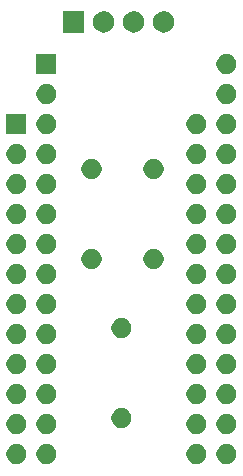
<source format=gts>
G04 #@! TF.GenerationSoftware,KiCad,Pcbnew,(5.1.6)-1*
G04 #@! TF.CreationDate,2020-07-21T10:16:09+03:00*
G04 #@! TF.ProjectId,C64_8Kernal,4336345f-384b-4657-926e-616c2e6b6963,rev?*
G04 #@! TF.SameCoordinates,Original*
G04 #@! TF.FileFunction,Soldermask,Top*
G04 #@! TF.FilePolarity,Negative*
%FSLAX46Y46*%
G04 Gerber Fmt 4.6, Leading zero omitted, Abs format (unit mm)*
G04 Created by KiCad (PCBNEW (5.1.6)-1) date 2020-07-21 10:16:09*
%MOMM*%
%LPD*%
G01*
G04 APERTURE LIST*
%ADD10C,0.100000*%
G04 APERTURE END LIST*
D10*
G36*
X120898228Y-99765703D02*
G01*
X121053100Y-99829853D01*
X121192481Y-99922985D01*
X121311015Y-100041519D01*
X121404147Y-100180900D01*
X121468297Y-100335772D01*
X121501000Y-100500184D01*
X121501000Y-100667816D01*
X121468297Y-100832228D01*
X121404147Y-100987100D01*
X121311015Y-101126481D01*
X121192481Y-101245015D01*
X121053100Y-101338147D01*
X120898228Y-101402297D01*
X120733816Y-101435000D01*
X120566184Y-101435000D01*
X120401772Y-101402297D01*
X120246900Y-101338147D01*
X120107519Y-101245015D01*
X119988985Y-101126481D01*
X119895853Y-100987100D01*
X119831703Y-100832228D01*
X119799000Y-100667816D01*
X119799000Y-100500184D01*
X119831703Y-100335772D01*
X119895853Y-100180900D01*
X119988985Y-100041519D01*
X120107519Y-99922985D01*
X120246900Y-99829853D01*
X120401772Y-99765703D01*
X120566184Y-99733000D01*
X120733816Y-99733000D01*
X120898228Y-99765703D01*
G37*
G36*
X138678228Y-99765703D02*
G01*
X138833100Y-99829853D01*
X138972481Y-99922985D01*
X139091015Y-100041519D01*
X139184147Y-100180900D01*
X139248297Y-100335772D01*
X139281000Y-100500184D01*
X139281000Y-100667816D01*
X139248297Y-100832228D01*
X139184147Y-100987100D01*
X139091015Y-101126481D01*
X138972481Y-101245015D01*
X138833100Y-101338147D01*
X138678228Y-101402297D01*
X138513816Y-101435000D01*
X138346184Y-101435000D01*
X138181772Y-101402297D01*
X138026900Y-101338147D01*
X137887519Y-101245015D01*
X137768985Y-101126481D01*
X137675853Y-100987100D01*
X137611703Y-100832228D01*
X137579000Y-100667816D01*
X137579000Y-100500184D01*
X137611703Y-100335772D01*
X137675853Y-100180900D01*
X137768985Y-100041519D01*
X137887519Y-99922985D01*
X138026900Y-99829853D01*
X138181772Y-99765703D01*
X138346184Y-99733000D01*
X138513816Y-99733000D01*
X138678228Y-99765703D01*
G37*
G36*
X123438228Y-99765703D02*
G01*
X123593100Y-99829853D01*
X123732481Y-99922985D01*
X123851015Y-100041519D01*
X123944147Y-100180900D01*
X124008297Y-100335772D01*
X124041000Y-100500184D01*
X124041000Y-100667816D01*
X124008297Y-100832228D01*
X123944147Y-100987100D01*
X123851015Y-101126481D01*
X123732481Y-101245015D01*
X123593100Y-101338147D01*
X123438228Y-101402297D01*
X123273816Y-101435000D01*
X123106184Y-101435000D01*
X122941772Y-101402297D01*
X122786900Y-101338147D01*
X122647519Y-101245015D01*
X122528985Y-101126481D01*
X122435853Y-100987100D01*
X122371703Y-100832228D01*
X122339000Y-100667816D01*
X122339000Y-100500184D01*
X122371703Y-100335772D01*
X122435853Y-100180900D01*
X122528985Y-100041519D01*
X122647519Y-99922985D01*
X122786900Y-99829853D01*
X122941772Y-99765703D01*
X123106184Y-99733000D01*
X123273816Y-99733000D01*
X123438228Y-99765703D01*
G37*
G36*
X136138228Y-99765703D02*
G01*
X136293100Y-99829853D01*
X136432481Y-99922985D01*
X136551015Y-100041519D01*
X136644147Y-100180900D01*
X136708297Y-100335772D01*
X136741000Y-100500184D01*
X136741000Y-100667816D01*
X136708297Y-100832228D01*
X136644147Y-100987100D01*
X136551015Y-101126481D01*
X136432481Y-101245015D01*
X136293100Y-101338147D01*
X136138228Y-101402297D01*
X135973816Y-101435000D01*
X135806184Y-101435000D01*
X135641772Y-101402297D01*
X135486900Y-101338147D01*
X135347519Y-101245015D01*
X135228985Y-101126481D01*
X135135853Y-100987100D01*
X135071703Y-100832228D01*
X135039000Y-100667816D01*
X135039000Y-100500184D01*
X135071703Y-100335772D01*
X135135853Y-100180900D01*
X135228985Y-100041519D01*
X135347519Y-99922985D01*
X135486900Y-99829853D01*
X135641772Y-99765703D01*
X135806184Y-99733000D01*
X135973816Y-99733000D01*
X136138228Y-99765703D01*
G37*
G36*
X123438228Y-97225703D02*
G01*
X123593100Y-97289853D01*
X123732481Y-97382985D01*
X123851015Y-97501519D01*
X123944147Y-97640900D01*
X124008297Y-97795772D01*
X124041000Y-97960184D01*
X124041000Y-98127816D01*
X124008297Y-98292228D01*
X123944147Y-98447100D01*
X123851015Y-98586481D01*
X123732481Y-98705015D01*
X123593100Y-98798147D01*
X123438228Y-98862297D01*
X123273816Y-98895000D01*
X123106184Y-98895000D01*
X122941772Y-98862297D01*
X122786900Y-98798147D01*
X122647519Y-98705015D01*
X122528985Y-98586481D01*
X122435853Y-98447100D01*
X122371703Y-98292228D01*
X122339000Y-98127816D01*
X122339000Y-97960184D01*
X122371703Y-97795772D01*
X122435853Y-97640900D01*
X122528985Y-97501519D01*
X122647519Y-97382985D01*
X122786900Y-97289853D01*
X122941772Y-97225703D01*
X123106184Y-97193000D01*
X123273816Y-97193000D01*
X123438228Y-97225703D01*
G37*
G36*
X120898228Y-97225703D02*
G01*
X121053100Y-97289853D01*
X121192481Y-97382985D01*
X121311015Y-97501519D01*
X121404147Y-97640900D01*
X121468297Y-97795772D01*
X121501000Y-97960184D01*
X121501000Y-98127816D01*
X121468297Y-98292228D01*
X121404147Y-98447100D01*
X121311015Y-98586481D01*
X121192481Y-98705015D01*
X121053100Y-98798147D01*
X120898228Y-98862297D01*
X120733816Y-98895000D01*
X120566184Y-98895000D01*
X120401772Y-98862297D01*
X120246900Y-98798147D01*
X120107519Y-98705015D01*
X119988985Y-98586481D01*
X119895853Y-98447100D01*
X119831703Y-98292228D01*
X119799000Y-98127816D01*
X119799000Y-97960184D01*
X119831703Y-97795772D01*
X119895853Y-97640900D01*
X119988985Y-97501519D01*
X120107519Y-97382985D01*
X120246900Y-97289853D01*
X120401772Y-97225703D01*
X120566184Y-97193000D01*
X120733816Y-97193000D01*
X120898228Y-97225703D01*
G37*
G36*
X136138228Y-97225703D02*
G01*
X136293100Y-97289853D01*
X136432481Y-97382985D01*
X136551015Y-97501519D01*
X136644147Y-97640900D01*
X136708297Y-97795772D01*
X136741000Y-97960184D01*
X136741000Y-98127816D01*
X136708297Y-98292228D01*
X136644147Y-98447100D01*
X136551015Y-98586481D01*
X136432481Y-98705015D01*
X136293100Y-98798147D01*
X136138228Y-98862297D01*
X135973816Y-98895000D01*
X135806184Y-98895000D01*
X135641772Y-98862297D01*
X135486900Y-98798147D01*
X135347519Y-98705015D01*
X135228985Y-98586481D01*
X135135853Y-98447100D01*
X135071703Y-98292228D01*
X135039000Y-98127816D01*
X135039000Y-97960184D01*
X135071703Y-97795772D01*
X135135853Y-97640900D01*
X135228985Y-97501519D01*
X135347519Y-97382985D01*
X135486900Y-97289853D01*
X135641772Y-97225703D01*
X135806184Y-97193000D01*
X135973816Y-97193000D01*
X136138228Y-97225703D01*
G37*
G36*
X138678228Y-97225703D02*
G01*
X138833100Y-97289853D01*
X138972481Y-97382985D01*
X139091015Y-97501519D01*
X139184147Y-97640900D01*
X139248297Y-97795772D01*
X139281000Y-97960184D01*
X139281000Y-98127816D01*
X139248297Y-98292228D01*
X139184147Y-98447100D01*
X139091015Y-98586481D01*
X138972481Y-98705015D01*
X138833100Y-98798147D01*
X138678228Y-98862297D01*
X138513816Y-98895000D01*
X138346184Y-98895000D01*
X138181772Y-98862297D01*
X138026900Y-98798147D01*
X137887519Y-98705015D01*
X137768985Y-98586481D01*
X137675853Y-98447100D01*
X137611703Y-98292228D01*
X137579000Y-98127816D01*
X137579000Y-97960184D01*
X137611703Y-97795772D01*
X137675853Y-97640900D01*
X137768985Y-97501519D01*
X137887519Y-97382985D01*
X138026900Y-97289853D01*
X138181772Y-97225703D01*
X138346184Y-97193000D01*
X138513816Y-97193000D01*
X138678228Y-97225703D01*
G37*
G36*
X129788228Y-96717703D02*
G01*
X129943100Y-96781853D01*
X130082481Y-96874985D01*
X130201015Y-96993519D01*
X130294147Y-97132900D01*
X130358297Y-97287772D01*
X130391000Y-97452184D01*
X130391000Y-97619816D01*
X130358297Y-97784228D01*
X130294147Y-97939100D01*
X130201015Y-98078481D01*
X130082481Y-98197015D01*
X129943100Y-98290147D01*
X129788228Y-98354297D01*
X129623816Y-98387000D01*
X129456184Y-98387000D01*
X129291772Y-98354297D01*
X129136900Y-98290147D01*
X128997519Y-98197015D01*
X128878985Y-98078481D01*
X128785853Y-97939100D01*
X128721703Y-97784228D01*
X128689000Y-97619816D01*
X128689000Y-97452184D01*
X128721703Y-97287772D01*
X128785853Y-97132900D01*
X128878985Y-96993519D01*
X128997519Y-96874985D01*
X129136900Y-96781853D01*
X129291772Y-96717703D01*
X129456184Y-96685000D01*
X129623816Y-96685000D01*
X129788228Y-96717703D01*
G37*
G36*
X123438228Y-94685703D02*
G01*
X123593100Y-94749853D01*
X123732481Y-94842985D01*
X123851015Y-94961519D01*
X123944147Y-95100900D01*
X124008297Y-95255772D01*
X124041000Y-95420184D01*
X124041000Y-95587816D01*
X124008297Y-95752228D01*
X123944147Y-95907100D01*
X123851015Y-96046481D01*
X123732481Y-96165015D01*
X123593100Y-96258147D01*
X123438228Y-96322297D01*
X123273816Y-96355000D01*
X123106184Y-96355000D01*
X122941772Y-96322297D01*
X122786900Y-96258147D01*
X122647519Y-96165015D01*
X122528985Y-96046481D01*
X122435853Y-95907100D01*
X122371703Y-95752228D01*
X122339000Y-95587816D01*
X122339000Y-95420184D01*
X122371703Y-95255772D01*
X122435853Y-95100900D01*
X122528985Y-94961519D01*
X122647519Y-94842985D01*
X122786900Y-94749853D01*
X122941772Y-94685703D01*
X123106184Y-94653000D01*
X123273816Y-94653000D01*
X123438228Y-94685703D01*
G37*
G36*
X120898228Y-94685703D02*
G01*
X121053100Y-94749853D01*
X121192481Y-94842985D01*
X121311015Y-94961519D01*
X121404147Y-95100900D01*
X121468297Y-95255772D01*
X121501000Y-95420184D01*
X121501000Y-95587816D01*
X121468297Y-95752228D01*
X121404147Y-95907100D01*
X121311015Y-96046481D01*
X121192481Y-96165015D01*
X121053100Y-96258147D01*
X120898228Y-96322297D01*
X120733816Y-96355000D01*
X120566184Y-96355000D01*
X120401772Y-96322297D01*
X120246900Y-96258147D01*
X120107519Y-96165015D01*
X119988985Y-96046481D01*
X119895853Y-95907100D01*
X119831703Y-95752228D01*
X119799000Y-95587816D01*
X119799000Y-95420184D01*
X119831703Y-95255772D01*
X119895853Y-95100900D01*
X119988985Y-94961519D01*
X120107519Y-94842985D01*
X120246900Y-94749853D01*
X120401772Y-94685703D01*
X120566184Y-94653000D01*
X120733816Y-94653000D01*
X120898228Y-94685703D01*
G37*
G36*
X136138228Y-94685703D02*
G01*
X136293100Y-94749853D01*
X136432481Y-94842985D01*
X136551015Y-94961519D01*
X136644147Y-95100900D01*
X136708297Y-95255772D01*
X136741000Y-95420184D01*
X136741000Y-95587816D01*
X136708297Y-95752228D01*
X136644147Y-95907100D01*
X136551015Y-96046481D01*
X136432481Y-96165015D01*
X136293100Y-96258147D01*
X136138228Y-96322297D01*
X135973816Y-96355000D01*
X135806184Y-96355000D01*
X135641772Y-96322297D01*
X135486900Y-96258147D01*
X135347519Y-96165015D01*
X135228985Y-96046481D01*
X135135853Y-95907100D01*
X135071703Y-95752228D01*
X135039000Y-95587816D01*
X135039000Y-95420184D01*
X135071703Y-95255772D01*
X135135853Y-95100900D01*
X135228985Y-94961519D01*
X135347519Y-94842985D01*
X135486900Y-94749853D01*
X135641772Y-94685703D01*
X135806184Y-94653000D01*
X135973816Y-94653000D01*
X136138228Y-94685703D01*
G37*
G36*
X138678228Y-94685703D02*
G01*
X138833100Y-94749853D01*
X138972481Y-94842985D01*
X139091015Y-94961519D01*
X139184147Y-95100900D01*
X139248297Y-95255772D01*
X139281000Y-95420184D01*
X139281000Y-95587816D01*
X139248297Y-95752228D01*
X139184147Y-95907100D01*
X139091015Y-96046481D01*
X138972481Y-96165015D01*
X138833100Y-96258147D01*
X138678228Y-96322297D01*
X138513816Y-96355000D01*
X138346184Y-96355000D01*
X138181772Y-96322297D01*
X138026900Y-96258147D01*
X137887519Y-96165015D01*
X137768985Y-96046481D01*
X137675853Y-95907100D01*
X137611703Y-95752228D01*
X137579000Y-95587816D01*
X137579000Y-95420184D01*
X137611703Y-95255772D01*
X137675853Y-95100900D01*
X137768985Y-94961519D01*
X137887519Y-94842985D01*
X138026900Y-94749853D01*
X138181772Y-94685703D01*
X138346184Y-94653000D01*
X138513816Y-94653000D01*
X138678228Y-94685703D01*
G37*
G36*
X136138228Y-92145703D02*
G01*
X136293100Y-92209853D01*
X136432481Y-92302985D01*
X136551015Y-92421519D01*
X136644147Y-92560900D01*
X136708297Y-92715772D01*
X136741000Y-92880184D01*
X136741000Y-93047816D01*
X136708297Y-93212228D01*
X136644147Y-93367100D01*
X136551015Y-93506481D01*
X136432481Y-93625015D01*
X136293100Y-93718147D01*
X136138228Y-93782297D01*
X135973816Y-93815000D01*
X135806184Y-93815000D01*
X135641772Y-93782297D01*
X135486900Y-93718147D01*
X135347519Y-93625015D01*
X135228985Y-93506481D01*
X135135853Y-93367100D01*
X135071703Y-93212228D01*
X135039000Y-93047816D01*
X135039000Y-92880184D01*
X135071703Y-92715772D01*
X135135853Y-92560900D01*
X135228985Y-92421519D01*
X135347519Y-92302985D01*
X135486900Y-92209853D01*
X135641772Y-92145703D01*
X135806184Y-92113000D01*
X135973816Y-92113000D01*
X136138228Y-92145703D01*
G37*
G36*
X123438228Y-92145703D02*
G01*
X123593100Y-92209853D01*
X123732481Y-92302985D01*
X123851015Y-92421519D01*
X123944147Y-92560900D01*
X124008297Y-92715772D01*
X124041000Y-92880184D01*
X124041000Y-93047816D01*
X124008297Y-93212228D01*
X123944147Y-93367100D01*
X123851015Y-93506481D01*
X123732481Y-93625015D01*
X123593100Y-93718147D01*
X123438228Y-93782297D01*
X123273816Y-93815000D01*
X123106184Y-93815000D01*
X122941772Y-93782297D01*
X122786900Y-93718147D01*
X122647519Y-93625015D01*
X122528985Y-93506481D01*
X122435853Y-93367100D01*
X122371703Y-93212228D01*
X122339000Y-93047816D01*
X122339000Y-92880184D01*
X122371703Y-92715772D01*
X122435853Y-92560900D01*
X122528985Y-92421519D01*
X122647519Y-92302985D01*
X122786900Y-92209853D01*
X122941772Y-92145703D01*
X123106184Y-92113000D01*
X123273816Y-92113000D01*
X123438228Y-92145703D01*
G37*
G36*
X120898228Y-92145703D02*
G01*
X121053100Y-92209853D01*
X121192481Y-92302985D01*
X121311015Y-92421519D01*
X121404147Y-92560900D01*
X121468297Y-92715772D01*
X121501000Y-92880184D01*
X121501000Y-93047816D01*
X121468297Y-93212228D01*
X121404147Y-93367100D01*
X121311015Y-93506481D01*
X121192481Y-93625015D01*
X121053100Y-93718147D01*
X120898228Y-93782297D01*
X120733816Y-93815000D01*
X120566184Y-93815000D01*
X120401772Y-93782297D01*
X120246900Y-93718147D01*
X120107519Y-93625015D01*
X119988985Y-93506481D01*
X119895853Y-93367100D01*
X119831703Y-93212228D01*
X119799000Y-93047816D01*
X119799000Y-92880184D01*
X119831703Y-92715772D01*
X119895853Y-92560900D01*
X119988985Y-92421519D01*
X120107519Y-92302985D01*
X120246900Y-92209853D01*
X120401772Y-92145703D01*
X120566184Y-92113000D01*
X120733816Y-92113000D01*
X120898228Y-92145703D01*
G37*
G36*
X138678228Y-92145703D02*
G01*
X138833100Y-92209853D01*
X138972481Y-92302985D01*
X139091015Y-92421519D01*
X139184147Y-92560900D01*
X139248297Y-92715772D01*
X139281000Y-92880184D01*
X139281000Y-93047816D01*
X139248297Y-93212228D01*
X139184147Y-93367100D01*
X139091015Y-93506481D01*
X138972481Y-93625015D01*
X138833100Y-93718147D01*
X138678228Y-93782297D01*
X138513816Y-93815000D01*
X138346184Y-93815000D01*
X138181772Y-93782297D01*
X138026900Y-93718147D01*
X137887519Y-93625015D01*
X137768985Y-93506481D01*
X137675853Y-93367100D01*
X137611703Y-93212228D01*
X137579000Y-93047816D01*
X137579000Y-92880184D01*
X137611703Y-92715772D01*
X137675853Y-92560900D01*
X137768985Y-92421519D01*
X137887519Y-92302985D01*
X138026900Y-92209853D01*
X138181772Y-92145703D01*
X138346184Y-92113000D01*
X138513816Y-92113000D01*
X138678228Y-92145703D01*
G37*
G36*
X120898228Y-89605703D02*
G01*
X121053100Y-89669853D01*
X121192481Y-89762985D01*
X121311015Y-89881519D01*
X121404147Y-90020900D01*
X121468297Y-90175772D01*
X121501000Y-90340184D01*
X121501000Y-90507816D01*
X121468297Y-90672228D01*
X121404147Y-90827100D01*
X121311015Y-90966481D01*
X121192481Y-91085015D01*
X121053100Y-91178147D01*
X120898228Y-91242297D01*
X120733816Y-91275000D01*
X120566184Y-91275000D01*
X120401772Y-91242297D01*
X120246900Y-91178147D01*
X120107519Y-91085015D01*
X119988985Y-90966481D01*
X119895853Y-90827100D01*
X119831703Y-90672228D01*
X119799000Y-90507816D01*
X119799000Y-90340184D01*
X119831703Y-90175772D01*
X119895853Y-90020900D01*
X119988985Y-89881519D01*
X120107519Y-89762985D01*
X120246900Y-89669853D01*
X120401772Y-89605703D01*
X120566184Y-89573000D01*
X120733816Y-89573000D01*
X120898228Y-89605703D01*
G37*
G36*
X123438228Y-89605703D02*
G01*
X123593100Y-89669853D01*
X123732481Y-89762985D01*
X123851015Y-89881519D01*
X123944147Y-90020900D01*
X124008297Y-90175772D01*
X124041000Y-90340184D01*
X124041000Y-90507816D01*
X124008297Y-90672228D01*
X123944147Y-90827100D01*
X123851015Y-90966481D01*
X123732481Y-91085015D01*
X123593100Y-91178147D01*
X123438228Y-91242297D01*
X123273816Y-91275000D01*
X123106184Y-91275000D01*
X122941772Y-91242297D01*
X122786900Y-91178147D01*
X122647519Y-91085015D01*
X122528985Y-90966481D01*
X122435853Y-90827100D01*
X122371703Y-90672228D01*
X122339000Y-90507816D01*
X122339000Y-90340184D01*
X122371703Y-90175772D01*
X122435853Y-90020900D01*
X122528985Y-89881519D01*
X122647519Y-89762985D01*
X122786900Y-89669853D01*
X122941772Y-89605703D01*
X123106184Y-89573000D01*
X123273816Y-89573000D01*
X123438228Y-89605703D01*
G37*
G36*
X136138228Y-89605703D02*
G01*
X136293100Y-89669853D01*
X136432481Y-89762985D01*
X136551015Y-89881519D01*
X136644147Y-90020900D01*
X136708297Y-90175772D01*
X136741000Y-90340184D01*
X136741000Y-90507816D01*
X136708297Y-90672228D01*
X136644147Y-90827100D01*
X136551015Y-90966481D01*
X136432481Y-91085015D01*
X136293100Y-91178147D01*
X136138228Y-91242297D01*
X135973816Y-91275000D01*
X135806184Y-91275000D01*
X135641772Y-91242297D01*
X135486900Y-91178147D01*
X135347519Y-91085015D01*
X135228985Y-90966481D01*
X135135853Y-90827100D01*
X135071703Y-90672228D01*
X135039000Y-90507816D01*
X135039000Y-90340184D01*
X135071703Y-90175772D01*
X135135853Y-90020900D01*
X135228985Y-89881519D01*
X135347519Y-89762985D01*
X135486900Y-89669853D01*
X135641772Y-89605703D01*
X135806184Y-89573000D01*
X135973816Y-89573000D01*
X136138228Y-89605703D01*
G37*
G36*
X138678228Y-89605703D02*
G01*
X138833100Y-89669853D01*
X138972481Y-89762985D01*
X139091015Y-89881519D01*
X139184147Y-90020900D01*
X139248297Y-90175772D01*
X139281000Y-90340184D01*
X139281000Y-90507816D01*
X139248297Y-90672228D01*
X139184147Y-90827100D01*
X139091015Y-90966481D01*
X138972481Y-91085015D01*
X138833100Y-91178147D01*
X138678228Y-91242297D01*
X138513816Y-91275000D01*
X138346184Y-91275000D01*
X138181772Y-91242297D01*
X138026900Y-91178147D01*
X137887519Y-91085015D01*
X137768985Y-90966481D01*
X137675853Y-90827100D01*
X137611703Y-90672228D01*
X137579000Y-90507816D01*
X137579000Y-90340184D01*
X137611703Y-90175772D01*
X137675853Y-90020900D01*
X137768985Y-89881519D01*
X137887519Y-89762985D01*
X138026900Y-89669853D01*
X138181772Y-89605703D01*
X138346184Y-89573000D01*
X138513816Y-89573000D01*
X138678228Y-89605703D01*
G37*
G36*
X129788228Y-89097703D02*
G01*
X129943100Y-89161853D01*
X130082481Y-89254985D01*
X130201015Y-89373519D01*
X130294147Y-89512900D01*
X130358297Y-89667772D01*
X130391000Y-89832184D01*
X130391000Y-89999816D01*
X130358297Y-90164228D01*
X130294147Y-90319100D01*
X130201015Y-90458481D01*
X130082481Y-90577015D01*
X129943100Y-90670147D01*
X129788228Y-90734297D01*
X129623816Y-90767000D01*
X129456184Y-90767000D01*
X129291772Y-90734297D01*
X129136900Y-90670147D01*
X128997519Y-90577015D01*
X128878985Y-90458481D01*
X128785853Y-90319100D01*
X128721703Y-90164228D01*
X128689000Y-89999816D01*
X128689000Y-89832184D01*
X128721703Y-89667772D01*
X128785853Y-89512900D01*
X128878985Y-89373519D01*
X128997519Y-89254985D01*
X129136900Y-89161853D01*
X129291772Y-89097703D01*
X129456184Y-89065000D01*
X129623816Y-89065000D01*
X129788228Y-89097703D01*
G37*
G36*
X138678228Y-87065703D02*
G01*
X138833100Y-87129853D01*
X138972481Y-87222985D01*
X139091015Y-87341519D01*
X139184147Y-87480900D01*
X139248297Y-87635772D01*
X139281000Y-87800184D01*
X139281000Y-87967816D01*
X139248297Y-88132228D01*
X139184147Y-88287100D01*
X139091015Y-88426481D01*
X138972481Y-88545015D01*
X138833100Y-88638147D01*
X138678228Y-88702297D01*
X138513816Y-88735000D01*
X138346184Y-88735000D01*
X138181772Y-88702297D01*
X138026900Y-88638147D01*
X137887519Y-88545015D01*
X137768985Y-88426481D01*
X137675853Y-88287100D01*
X137611703Y-88132228D01*
X137579000Y-87967816D01*
X137579000Y-87800184D01*
X137611703Y-87635772D01*
X137675853Y-87480900D01*
X137768985Y-87341519D01*
X137887519Y-87222985D01*
X138026900Y-87129853D01*
X138181772Y-87065703D01*
X138346184Y-87033000D01*
X138513816Y-87033000D01*
X138678228Y-87065703D01*
G37*
G36*
X120898228Y-87065703D02*
G01*
X121053100Y-87129853D01*
X121192481Y-87222985D01*
X121311015Y-87341519D01*
X121404147Y-87480900D01*
X121468297Y-87635772D01*
X121501000Y-87800184D01*
X121501000Y-87967816D01*
X121468297Y-88132228D01*
X121404147Y-88287100D01*
X121311015Y-88426481D01*
X121192481Y-88545015D01*
X121053100Y-88638147D01*
X120898228Y-88702297D01*
X120733816Y-88735000D01*
X120566184Y-88735000D01*
X120401772Y-88702297D01*
X120246900Y-88638147D01*
X120107519Y-88545015D01*
X119988985Y-88426481D01*
X119895853Y-88287100D01*
X119831703Y-88132228D01*
X119799000Y-87967816D01*
X119799000Y-87800184D01*
X119831703Y-87635772D01*
X119895853Y-87480900D01*
X119988985Y-87341519D01*
X120107519Y-87222985D01*
X120246900Y-87129853D01*
X120401772Y-87065703D01*
X120566184Y-87033000D01*
X120733816Y-87033000D01*
X120898228Y-87065703D01*
G37*
G36*
X136138228Y-87065703D02*
G01*
X136293100Y-87129853D01*
X136432481Y-87222985D01*
X136551015Y-87341519D01*
X136644147Y-87480900D01*
X136708297Y-87635772D01*
X136741000Y-87800184D01*
X136741000Y-87967816D01*
X136708297Y-88132228D01*
X136644147Y-88287100D01*
X136551015Y-88426481D01*
X136432481Y-88545015D01*
X136293100Y-88638147D01*
X136138228Y-88702297D01*
X135973816Y-88735000D01*
X135806184Y-88735000D01*
X135641772Y-88702297D01*
X135486900Y-88638147D01*
X135347519Y-88545015D01*
X135228985Y-88426481D01*
X135135853Y-88287100D01*
X135071703Y-88132228D01*
X135039000Y-87967816D01*
X135039000Y-87800184D01*
X135071703Y-87635772D01*
X135135853Y-87480900D01*
X135228985Y-87341519D01*
X135347519Y-87222985D01*
X135486900Y-87129853D01*
X135641772Y-87065703D01*
X135806184Y-87033000D01*
X135973816Y-87033000D01*
X136138228Y-87065703D01*
G37*
G36*
X123438228Y-87065703D02*
G01*
X123593100Y-87129853D01*
X123732481Y-87222985D01*
X123851015Y-87341519D01*
X123944147Y-87480900D01*
X124008297Y-87635772D01*
X124041000Y-87800184D01*
X124041000Y-87967816D01*
X124008297Y-88132228D01*
X123944147Y-88287100D01*
X123851015Y-88426481D01*
X123732481Y-88545015D01*
X123593100Y-88638147D01*
X123438228Y-88702297D01*
X123273816Y-88735000D01*
X123106184Y-88735000D01*
X122941772Y-88702297D01*
X122786900Y-88638147D01*
X122647519Y-88545015D01*
X122528985Y-88426481D01*
X122435853Y-88287100D01*
X122371703Y-88132228D01*
X122339000Y-87967816D01*
X122339000Y-87800184D01*
X122371703Y-87635772D01*
X122435853Y-87480900D01*
X122528985Y-87341519D01*
X122647519Y-87222985D01*
X122786900Y-87129853D01*
X122941772Y-87065703D01*
X123106184Y-87033000D01*
X123273816Y-87033000D01*
X123438228Y-87065703D01*
G37*
G36*
X136138228Y-84525703D02*
G01*
X136293100Y-84589853D01*
X136432481Y-84682985D01*
X136551015Y-84801519D01*
X136644147Y-84940900D01*
X136708297Y-85095772D01*
X136741000Y-85260184D01*
X136741000Y-85427816D01*
X136708297Y-85592228D01*
X136644147Y-85747100D01*
X136551015Y-85886481D01*
X136432481Y-86005015D01*
X136293100Y-86098147D01*
X136138228Y-86162297D01*
X135973816Y-86195000D01*
X135806184Y-86195000D01*
X135641772Y-86162297D01*
X135486900Y-86098147D01*
X135347519Y-86005015D01*
X135228985Y-85886481D01*
X135135853Y-85747100D01*
X135071703Y-85592228D01*
X135039000Y-85427816D01*
X135039000Y-85260184D01*
X135071703Y-85095772D01*
X135135853Y-84940900D01*
X135228985Y-84801519D01*
X135347519Y-84682985D01*
X135486900Y-84589853D01*
X135641772Y-84525703D01*
X135806184Y-84493000D01*
X135973816Y-84493000D01*
X136138228Y-84525703D01*
G37*
G36*
X120898228Y-84525703D02*
G01*
X121053100Y-84589853D01*
X121192481Y-84682985D01*
X121311015Y-84801519D01*
X121404147Y-84940900D01*
X121468297Y-85095772D01*
X121501000Y-85260184D01*
X121501000Y-85427816D01*
X121468297Y-85592228D01*
X121404147Y-85747100D01*
X121311015Y-85886481D01*
X121192481Y-86005015D01*
X121053100Y-86098147D01*
X120898228Y-86162297D01*
X120733816Y-86195000D01*
X120566184Y-86195000D01*
X120401772Y-86162297D01*
X120246900Y-86098147D01*
X120107519Y-86005015D01*
X119988985Y-85886481D01*
X119895853Y-85747100D01*
X119831703Y-85592228D01*
X119799000Y-85427816D01*
X119799000Y-85260184D01*
X119831703Y-85095772D01*
X119895853Y-84940900D01*
X119988985Y-84801519D01*
X120107519Y-84682985D01*
X120246900Y-84589853D01*
X120401772Y-84525703D01*
X120566184Y-84493000D01*
X120733816Y-84493000D01*
X120898228Y-84525703D01*
G37*
G36*
X138678228Y-84525703D02*
G01*
X138833100Y-84589853D01*
X138972481Y-84682985D01*
X139091015Y-84801519D01*
X139184147Y-84940900D01*
X139248297Y-85095772D01*
X139281000Y-85260184D01*
X139281000Y-85427816D01*
X139248297Y-85592228D01*
X139184147Y-85747100D01*
X139091015Y-85886481D01*
X138972481Y-86005015D01*
X138833100Y-86098147D01*
X138678228Y-86162297D01*
X138513816Y-86195000D01*
X138346184Y-86195000D01*
X138181772Y-86162297D01*
X138026900Y-86098147D01*
X137887519Y-86005015D01*
X137768985Y-85886481D01*
X137675853Y-85747100D01*
X137611703Y-85592228D01*
X137579000Y-85427816D01*
X137579000Y-85260184D01*
X137611703Y-85095772D01*
X137675853Y-84940900D01*
X137768985Y-84801519D01*
X137887519Y-84682985D01*
X138026900Y-84589853D01*
X138181772Y-84525703D01*
X138346184Y-84493000D01*
X138513816Y-84493000D01*
X138678228Y-84525703D01*
G37*
G36*
X123438228Y-84525703D02*
G01*
X123593100Y-84589853D01*
X123732481Y-84682985D01*
X123851015Y-84801519D01*
X123944147Y-84940900D01*
X124008297Y-85095772D01*
X124041000Y-85260184D01*
X124041000Y-85427816D01*
X124008297Y-85592228D01*
X123944147Y-85747100D01*
X123851015Y-85886481D01*
X123732481Y-86005015D01*
X123593100Y-86098147D01*
X123438228Y-86162297D01*
X123273816Y-86195000D01*
X123106184Y-86195000D01*
X122941772Y-86162297D01*
X122786900Y-86098147D01*
X122647519Y-86005015D01*
X122528985Y-85886481D01*
X122435853Y-85747100D01*
X122371703Y-85592228D01*
X122339000Y-85427816D01*
X122339000Y-85260184D01*
X122371703Y-85095772D01*
X122435853Y-84940900D01*
X122528985Y-84801519D01*
X122647519Y-84682985D01*
X122786900Y-84589853D01*
X122941772Y-84525703D01*
X123106184Y-84493000D01*
X123273816Y-84493000D01*
X123438228Y-84525703D01*
G37*
G36*
X127252228Y-83245703D02*
G01*
X127407100Y-83309853D01*
X127546481Y-83402985D01*
X127665015Y-83521519D01*
X127758147Y-83660900D01*
X127822297Y-83815772D01*
X127855000Y-83980184D01*
X127855000Y-84147816D01*
X127822297Y-84312228D01*
X127758147Y-84467100D01*
X127665015Y-84606481D01*
X127546481Y-84725015D01*
X127407100Y-84818147D01*
X127252228Y-84882297D01*
X127087816Y-84915000D01*
X126920184Y-84915000D01*
X126755772Y-84882297D01*
X126600900Y-84818147D01*
X126461519Y-84725015D01*
X126342985Y-84606481D01*
X126249853Y-84467100D01*
X126185703Y-84312228D01*
X126153000Y-84147816D01*
X126153000Y-83980184D01*
X126185703Y-83815772D01*
X126249853Y-83660900D01*
X126342985Y-83521519D01*
X126461519Y-83402985D01*
X126600900Y-83309853D01*
X126755772Y-83245703D01*
X126920184Y-83213000D01*
X127087816Y-83213000D01*
X127252228Y-83245703D01*
G37*
G36*
X132502228Y-83245703D02*
G01*
X132657100Y-83309853D01*
X132796481Y-83402985D01*
X132915015Y-83521519D01*
X133008147Y-83660900D01*
X133072297Y-83815772D01*
X133105000Y-83980184D01*
X133105000Y-84147816D01*
X133072297Y-84312228D01*
X133008147Y-84467100D01*
X132915015Y-84606481D01*
X132796481Y-84725015D01*
X132657100Y-84818147D01*
X132502228Y-84882297D01*
X132337816Y-84915000D01*
X132170184Y-84915000D01*
X132005772Y-84882297D01*
X131850900Y-84818147D01*
X131711519Y-84725015D01*
X131592985Y-84606481D01*
X131499853Y-84467100D01*
X131435703Y-84312228D01*
X131403000Y-84147816D01*
X131403000Y-83980184D01*
X131435703Y-83815772D01*
X131499853Y-83660900D01*
X131592985Y-83521519D01*
X131711519Y-83402985D01*
X131850900Y-83309853D01*
X132005772Y-83245703D01*
X132170184Y-83213000D01*
X132337816Y-83213000D01*
X132502228Y-83245703D01*
G37*
G36*
X136138228Y-81985703D02*
G01*
X136293100Y-82049853D01*
X136432481Y-82142985D01*
X136551015Y-82261519D01*
X136644147Y-82400900D01*
X136708297Y-82555772D01*
X136741000Y-82720184D01*
X136741000Y-82887816D01*
X136708297Y-83052228D01*
X136644147Y-83207100D01*
X136551015Y-83346481D01*
X136432481Y-83465015D01*
X136293100Y-83558147D01*
X136138228Y-83622297D01*
X135973816Y-83655000D01*
X135806184Y-83655000D01*
X135641772Y-83622297D01*
X135486900Y-83558147D01*
X135347519Y-83465015D01*
X135228985Y-83346481D01*
X135135853Y-83207100D01*
X135071703Y-83052228D01*
X135039000Y-82887816D01*
X135039000Y-82720184D01*
X135071703Y-82555772D01*
X135135853Y-82400900D01*
X135228985Y-82261519D01*
X135347519Y-82142985D01*
X135486900Y-82049853D01*
X135641772Y-81985703D01*
X135806184Y-81953000D01*
X135973816Y-81953000D01*
X136138228Y-81985703D01*
G37*
G36*
X120898228Y-81985703D02*
G01*
X121053100Y-82049853D01*
X121192481Y-82142985D01*
X121311015Y-82261519D01*
X121404147Y-82400900D01*
X121468297Y-82555772D01*
X121501000Y-82720184D01*
X121501000Y-82887816D01*
X121468297Y-83052228D01*
X121404147Y-83207100D01*
X121311015Y-83346481D01*
X121192481Y-83465015D01*
X121053100Y-83558147D01*
X120898228Y-83622297D01*
X120733816Y-83655000D01*
X120566184Y-83655000D01*
X120401772Y-83622297D01*
X120246900Y-83558147D01*
X120107519Y-83465015D01*
X119988985Y-83346481D01*
X119895853Y-83207100D01*
X119831703Y-83052228D01*
X119799000Y-82887816D01*
X119799000Y-82720184D01*
X119831703Y-82555772D01*
X119895853Y-82400900D01*
X119988985Y-82261519D01*
X120107519Y-82142985D01*
X120246900Y-82049853D01*
X120401772Y-81985703D01*
X120566184Y-81953000D01*
X120733816Y-81953000D01*
X120898228Y-81985703D01*
G37*
G36*
X123438228Y-81985703D02*
G01*
X123593100Y-82049853D01*
X123732481Y-82142985D01*
X123851015Y-82261519D01*
X123944147Y-82400900D01*
X124008297Y-82555772D01*
X124041000Y-82720184D01*
X124041000Y-82887816D01*
X124008297Y-83052228D01*
X123944147Y-83207100D01*
X123851015Y-83346481D01*
X123732481Y-83465015D01*
X123593100Y-83558147D01*
X123438228Y-83622297D01*
X123273816Y-83655000D01*
X123106184Y-83655000D01*
X122941772Y-83622297D01*
X122786900Y-83558147D01*
X122647519Y-83465015D01*
X122528985Y-83346481D01*
X122435853Y-83207100D01*
X122371703Y-83052228D01*
X122339000Y-82887816D01*
X122339000Y-82720184D01*
X122371703Y-82555772D01*
X122435853Y-82400900D01*
X122528985Y-82261519D01*
X122647519Y-82142985D01*
X122786900Y-82049853D01*
X122941772Y-81985703D01*
X123106184Y-81953000D01*
X123273816Y-81953000D01*
X123438228Y-81985703D01*
G37*
G36*
X138678228Y-81985703D02*
G01*
X138833100Y-82049853D01*
X138972481Y-82142985D01*
X139091015Y-82261519D01*
X139184147Y-82400900D01*
X139248297Y-82555772D01*
X139281000Y-82720184D01*
X139281000Y-82887816D01*
X139248297Y-83052228D01*
X139184147Y-83207100D01*
X139091015Y-83346481D01*
X138972481Y-83465015D01*
X138833100Y-83558147D01*
X138678228Y-83622297D01*
X138513816Y-83655000D01*
X138346184Y-83655000D01*
X138181772Y-83622297D01*
X138026900Y-83558147D01*
X137887519Y-83465015D01*
X137768985Y-83346481D01*
X137675853Y-83207100D01*
X137611703Y-83052228D01*
X137579000Y-82887816D01*
X137579000Y-82720184D01*
X137611703Y-82555772D01*
X137675853Y-82400900D01*
X137768985Y-82261519D01*
X137887519Y-82142985D01*
X138026900Y-82049853D01*
X138181772Y-81985703D01*
X138346184Y-81953000D01*
X138513816Y-81953000D01*
X138678228Y-81985703D01*
G37*
G36*
X138678228Y-79445703D02*
G01*
X138833100Y-79509853D01*
X138972481Y-79602985D01*
X139091015Y-79721519D01*
X139184147Y-79860900D01*
X139248297Y-80015772D01*
X139281000Y-80180184D01*
X139281000Y-80347816D01*
X139248297Y-80512228D01*
X139184147Y-80667100D01*
X139091015Y-80806481D01*
X138972481Y-80925015D01*
X138833100Y-81018147D01*
X138678228Y-81082297D01*
X138513816Y-81115000D01*
X138346184Y-81115000D01*
X138181772Y-81082297D01*
X138026900Y-81018147D01*
X137887519Y-80925015D01*
X137768985Y-80806481D01*
X137675853Y-80667100D01*
X137611703Y-80512228D01*
X137579000Y-80347816D01*
X137579000Y-80180184D01*
X137611703Y-80015772D01*
X137675853Y-79860900D01*
X137768985Y-79721519D01*
X137887519Y-79602985D01*
X138026900Y-79509853D01*
X138181772Y-79445703D01*
X138346184Y-79413000D01*
X138513816Y-79413000D01*
X138678228Y-79445703D01*
G37*
G36*
X136138228Y-79445703D02*
G01*
X136293100Y-79509853D01*
X136432481Y-79602985D01*
X136551015Y-79721519D01*
X136644147Y-79860900D01*
X136708297Y-80015772D01*
X136741000Y-80180184D01*
X136741000Y-80347816D01*
X136708297Y-80512228D01*
X136644147Y-80667100D01*
X136551015Y-80806481D01*
X136432481Y-80925015D01*
X136293100Y-81018147D01*
X136138228Y-81082297D01*
X135973816Y-81115000D01*
X135806184Y-81115000D01*
X135641772Y-81082297D01*
X135486900Y-81018147D01*
X135347519Y-80925015D01*
X135228985Y-80806481D01*
X135135853Y-80667100D01*
X135071703Y-80512228D01*
X135039000Y-80347816D01*
X135039000Y-80180184D01*
X135071703Y-80015772D01*
X135135853Y-79860900D01*
X135228985Y-79721519D01*
X135347519Y-79602985D01*
X135486900Y-79509853D01*
X135641772Y-79445703D01*
X135806184Y-79413000D01*
X135973816Y-79413000D01*
X136138228Y-79445703D01*
G37*
G36*
X123438228Y-79445703D02*
G01*
X123593100Y-79509853D01*
X123732481Y-79602985D01*
X123851015Y-79721519D01*
X123944147Y-79860900D01*
X124008297Y-80015772D01*
X124041000Y-80180184D01*
X124041000Y-80347816D01*
X124008297Y-80512228D01*
X123944147Y-80667100D01*
X123851015Y-80806481D01*
X123732481Y-80925015D01*
X123593100Y-81018147D01*
X123438228Y-81082297D01*
X123273816Y-81115000D01*
X123106184Y-81115000D01*
X122941772Y-81082297D01*
X122786900Y-81018147D01*
X122647519Y-80925015D01*
X122528985Y-80806481D01*
X122435853Y-80667100D01*
X122371703Y-80512228D01*
X122339000Y-80347816D01*
X122339000Y-80180184D01*
X122371703Y-80015772D01*
X122435853Y-79860900D01*
X122528985Y-79721519D01*
X122647519Y-79602985D01*
X122786900Y-79509853D01*
X122941772Y-79445703D01*
X123106184Y-79413000D01*
X123273816Y-79413000D01*
X123438228Y-79445703D01*
G37*
G36*
X120898228Y-79445703D02*
G01*
X121053100Y-79509853D01*
X121192481Y-79602985D01*
X121311015Y-79721519D01*
X121404147Y-79860900D01*
X121468297Y-80015772D01*
X121501000Y-80180184D01*
X121501000Y-80347816D01*
X121468297Y-80512228D01*
X121404147Y-80667100D01*
X121311015Y-80806481D01*
X121192481Y-80925015D01*
X121053100Y-81018147D01*
X120898228Y-81082297D01*
X120733816Y-81115000D01*
X120566184Y-81115000D01*
X120401772Y-81082297D01*
X120246900Y-81018147D01*
X120107519Y-80925015D01*
X119988985Y-80806481D01*
X119895853Y-80667100D01*
X119831703Y-80512228D01*
X119799000Y-80347816D01*
X119799000Y-80180184D01*
X119831703Y-80015772D01*
X119895853Y-79860900D01*
X119988985Y-79721519D01*
X120107519Y-79602985D01*
X120246900Y-79509853D01*
X120401772Y-79445703D01*
X120566184Y-79413000D01*
X120733816Y-79413000D01*
X120898228Y-79445703D01*
G37*
G36*
X138678228Y-76905703D02*
G01*
X138833100Y-76969853D01*
X138972481Y-77062985D01*
X139091015Y-77181519D01*
X139184147Y-77320900D01*
X139248297Y-77475772D01*
X139281000Y-77640184D01*
X139281000Y-77807816D01*
X139248297Y-77972228D01*
X139184147Y-78127100D01*
X139091015Y-78266481D01*
X138972481Y-78385015D01*
X138833100Y-78478147D01*
X138678228Y-78542297D01*
X138513816Y-78575000D01*
X138346184Y-78575000D01*
X138181772Y-78542297D01*
X138026900Y-78478147D01*
X137887519Y-78385015D01*
X137768985Y-78266481D01*
X137675853Y-78127100D01*
X137611703Y-77972228D01*
X137579000Y-77807816D01*
X137579000Y-77640184D01*
X137611703Y-77475772D01*
X137675853Y-77320900D01*
X137768985Y-77181519D01*
X137887519Y-77062985D01*
X138026900Y-76969853D01*
X138181772Y-76905703D01*
X138346184Y-76873000D01*
X138513816Y-76873000D01*
X138678228Y-76905703D01*
G37*
G36*
X120898228Y-76905703D02*
G01*
X121053100Y-76969853D01*
X121192481Y-77062985D01*
X121311015Y-77181519D01*
X121404147Y-77320900D01*
X121468297Y-77475772D01*
X121501000Y-77640184D01*
X121501000Y-77807816D01*
X121468297Y-77972228D01*
X121404147Y-78127100D01*
X121311015Y-78266481D01*
X121192481Y-78385015D01*
X121053100Y-78478147D01*
X120898228Y-78542297D01*
X120733816Y-78575000D01*
X120566184Y-78575000D01*
X120401772Y-78542297D01*
X120246900Y-78478147D01*
X120107519Y-78385015D01*
X119988985Y-78266481D01*
X119895853Y-78127100D01*
X119831703Y-77972228D01*
X119799000Y-77807816D01*
X119799000Y-77640184D01*
X119831703Y-77475772D01*
X119895853Y-77320900D01*
X119988985Y-77181519D01*
X120107519Y-77062985D01*
X120246900Y-76969853D01*
X120401772Y-76905703D01*
X120566184Y-76873000D01*
X120733816Y-76873000D01*
X120898228Y-76905703D01*
G37*
G36*
X123438228Y-76905703D02*
G01*
X123593100Y-76969853D01*
X123732481Y-77062985D01*
X123851015Y-77181519D01*
X123944147Y-77320900D01*
X124008297Y-77475772D01*
X124041000Y-77640184D01*
X124041000Y-77807816D01*
X124008297Y-77972228D01*
X123944147Y-78127100D01*
X123851015Y-78266481D01*
X123732481Y-78385015D01*
X123593100Y-78478147D01*
X123438228Y-78542297D01*
X123273816Y-78575000D01*
X123106184Y-78575000D01*
X122941772Y-78542297D01*
X122786900Y-78478147D01*
X122647519Y-78385015D01*
X122528985Y-78266481D01*
X122435853Y-78127100D01*
X122371703Y-77972228D01*
X122339000Y-77807816D01*
X122339000Y-77640184D01*
X122371703Y-77475772D01*
X122435853Y-77320900D01*
X122528985Y-77181519D01*
X122647519Y-77062985D01*
X122786900Y-76969853D01*
X122941772Y-76905703D01*
X123106184Y-76873000D01*
X123273816Y-76873000D01*
X123438228Y-76905703D01*
G37*
G36*
X136138228Y-76905703D02*
G01*
X136293100Y-76969853D01*
X136432481Y-77062985D01*
X136551015Y-77181519D01*
X136644147Y-77320900D01*
X136708297Y-77475772D01*
X136741000Y-77640184D01*
X136741000Y-77807816D01*
X136708297Y-77972228D01*
X136644147Y-78127100D01*
X136551015Y-78266481D01*
X136432481Y-78385015D01*
X136293100Y-78478147D01*
X136138228Y-78542297D01*
X135973816Y-78575000D01*
X135806184Y-78575000D01*
X135641772Y-78542297D01*
X135486900Y-78478147D01*
X135347519Y-78385015D01*
X135228985Y-78266481D01*
X135135853Y-78127100D01*
X135071703Y-77972228D01*
X135039000Y-77807816D01*
X135039000Y-77640184D01*
X135071703Y-77475772D01*
X135135853Y-77320900D01*
X135228985Y-77181519D01*
X135347519Y-77062985D01*
X135486900Y-76969853D01*
X135641772Y-76905703D01*
X135806184Y-76873000D01*
X135973816Y-76873000D01*
X136138228Y-76905703D01*
G37*
G36*
X132502228Y-75625703D02*
G01*
X132657100Y-75689853D01*
X132796481Y-75782985D01*
X132915015Y-75901519D01*
X133008147Y-76040900D01*
X133072297Y-76195772D01*
X133105000Y-76360184D01*
X133105000Y-76527816D01*
X133072297Y-76692228D01*
X133008147Y-76847100D01*
X132915015Y-76986481D01*
X132796481Y-77105015D01*
X132657100Y-77198147D01*
X132502228Y-77262297D01*
X132337816Y-77295000D01*
X132170184Y-77295000D01*
X132005772Y-77262297D01*
X131850900Y-77198147D01*
X131711519Y-77105015D01*
X131592985Y-76986481D01*
X131499853Y-76847100D01*
X131435703Y-76692228D01*
X131403000Y-76527816D01*
X131403000Y-76360184D01*
X131435703Y-76195772D01*
X131499853Y-76040900D01*
X131592985Y-75901519D01*
X131711519Y-75782985D01*
X131850900Y-75689853D01*
X132005772Y-75625703D01*
X132170184Y-75593000D01*
X132337816Y-75593000D01*
X132502228Y-75625703D01*
G37*
G36*
X127252228Y-75625703D02*
G01*
X127407100Y-75689853D01*
X127546481Y-75782985D01*
X127665015Y-75901519D01*
X127758147Y-76040900D01*
X127822297Y-76195772D01*
X127855000Y-76360184D01*
X127855000Y-76527816D01*
X127822297Y-76692228D01*
X127758147Y-76847100D01*
X127665015Y-76986481D01*
X127546481Y-77105015D01*
X127407100Y-77198147D01*
X127252228Y-77262297D01*
X127087816Y-77295000D01*
X126920184Y-77295000D01*
X126755772Y-77262297D01*
X126600900Y-77198147D01*
X126461519Y-77105015D01*
X126342985Y-76986481D01*
X126249853Y-76847100D01*
X126185703Y-76692228D01*
X126153000Y-76527816D01*
X126153000Y-76360184D01*
X126185703Y-76195772D01*
X126249853Y-76040900D01*
X126342985Y-75901519D01*
X126461519Y-75782985D01*
X126600900Y-75689853D01*
X126755772Y-75625703D01*
X126920184Y-75593000D01*
X127087816Y-75593000D01*
X127252228Y-75625703D01*
G37*
G36*
X136138228Y-74365703D02*
G01*
X136293100Y-74429853D01*
X136432481Y-74522985D01*
X136551015Y-74641519D01*
X136644147Y-74780900D01*
X136708297Y-74935772D01*
X136741000Y-75100184D01*
X136741000Y-75267816D01*
X136708297Y-75432228D01*
X136644147Y-75587100D01*
X136551015Y-75726481D01*
X136432481Y-75845015D01*
X136293100Y-75938147D01*
X136138228Y-76002297D01*
X135973816Y-76035000D01*
X135806184Y-76035000D01*
X135641772Y-76002297D01*
X135486900Y-75938147D01*
X135347519Y-75845015D01*
X135228985Y-75726481D01*
X135135853Y-75587100D01*
X135071703Y-75432228D01*
X135039000Y-75267816D01*
X135039000Y-75100184D01*
X135071703Y-74935772D01*
X135135853Y-74780900D01*
X135228985Y-74641519D01*
X135347519Y-74522985D01*
X135486900Y-74429853D01*
X135641772Y-74365703D01*
X135806184Y-74333000D01*
X135973816Y-74333000D01*
X136138228Y-74365703D01*
G37*
G36*
X138678228Y-74365703D02*
G01*
X138833100Y-74429853D01*
X138972481Y-74522985D01*
X139091015Y-74641519D01*
X139184147Y-74780900D01*
X139248297Y-74935772D01*
X139281000Y-75100184D01*
X139281000Y-75267816D01*
X139248297Y-75432228D01*
X139184147Y-75587100D01*
X139091015Y-75726481D01*
X138972481Y-75845015D01*
X138833100Y-75938147D01*
X138678228Y-76002297D01*
X138513816Y-76035000D01*
X138346184Y-76035000D01*
X138181772Y-76002297D01*
X138026900Y-75938147D01*
X137887519Y-75845015D01*
X137768985Y-75726481D01*
X137675853Y-75587100D01*
X137611703Y-75432228D01*
X137579000Y-75267816D01*
X137579000Y-75100184D01*
X137611703Y-74935772D01*
X137675853Y-74780900D01*
X137768985Y-74641519D01*
X137887519Y-74522985D01*
X138026900Y-74429853D01*
X138181772Y-74365703D01*
X138346184Y-74333000D01*
X138513816Y-74333000D01*
X138678228Y-74365703D01*
G37*
G36*
X123438228Y-74365703D02*
G01*
X123593100Y-74429853D01*
X123732481Y-74522985D01*
X123851015Y-74641519D01*
X123944147Y-74780900D01*
X124008297Y-74935772D01*
X124041000Y-75100184D01*
X124041000Y-75267816D01*
X124008297Y-75432228D01*
X123944147Y-75587100D01*
X123851015Y-75726481D01*
X123732481Y-75845015D01*
X123593100Y-75938147D01*
X123438228Y-76002297D01*
X123273816Y-76035000D01*
X123106184Y-76035000D01*
X122941772Y-76002297D01*
X122786900Y-75938147D01*
X122647519Y-75845015D01*
X122528985Y-75726481D01*
X122435853Y-75587100D01*
X122371703Y-75432228D01*
X122339000Y-75267816D01*
X122339000Y-75100184D01*
X122371703Y-74935772D01*
X122435853Y-74780900D01*
X122528985Y-74641519D01*
X122647519Y-74522985D01*
X122786900Y-74429853D01*
X122941772Y-74365703D01*
X123106184Y-74333000D01*
X123273816Y-74333000D01*
X123438228Y-74365703D01*
G37*
G36*
X120898228Y-74365703D02*
G01*
X121053100Y-74429853D01*
X121192481Y-74522985D01*
X121311015Y-74641519D01*
X121404147Y-74780900D01*
X121468297Y-74935772D01*
X121501000Y-75100184D01*
X121501000Y-75267816D01*
X121468297Y-75432228D01*
X121404147Y-75587100D01*
X121311015Y-75726481D01*
X121192481Y-75845015D01*
X121053100Y-75938147D01*
X120898228Y-76002297D01*
X120733816Y-76035000D01*
X120566184Y-76035000D01*
X120401772Y-76002297D01*
X120246900Y-75938147D01*
X120107519Y-75845015D01*
X119988985Y-75726481D01*
X119895853Y-75587100D01*
X119831703Y-75432228D01*
X119799000Y-75267816D01*
X119799000Y-75100184D01*
X119831703Y-74935772D01*
X119895853Y-74780900D01*
X119988985Y-74641519D01*
X120107519Y-74522985D01*
X120246900Y-74429853D01*
X120401772Y-74365703D01*
X120566184Y-74333000D01*
X120733816Y-74333000D01*
X120898228Y-74365703D01*
G37*
G36*
X123438228Y-71825703D02*
G01*
X123593100Y-71889853D01*
X123732481Y-71982985D01*
X123851015Y-72101519D01*
X123944147Y-72240900D01*
X124008297Y-72395772D01*
X124041000Y-72560184D01*
X124041000Y-72727816D01*
X124008297Y-72892228D01*
X123944147Y-73047100D01*
X123851015Y-73186481D01*
X123732481Y-73305015D01*
X123593100Y-73398147D01*
X123438228Y-73462297D01*
X123273816Y-73495000D01*
X123106184Y-73495000D01*
X122941772Y-73462297D01*
X122786900Y-73398147D01*
X122647519Y-73305015D01*
X122528985Y-73186481D01*
X122435853Y-73047100D01*
X122371703Y-72892228D01*
X122339000Y-72727816D01*
X122339000Y-72560184D01*
X122371703Y-72395772D01*
X122435853Y-72240900D01*
X122528985Y-72101519D01*
X122647519Y-71982985D01*
X122786900Y-71889853D01*
X122941772Y-71825703D01*
X123106184Y-71793000D01*
X123273816Y-71793000D01*
X123438228Y-71825703D01*
G37*
G36*
X138678228Y-71825703D02*
G01*
X138833100Y-71889853D01*
X138972481Y-71982985D01*
X139091015Y-72101519D01*
X139184147Y-72240900D01*
X139248297Y-72395772D01*
X139281000Y-72560184D01*
X139281000Y-72727816D01*
X139248297Y-72892228D01*
X139184147Y-73047100D01*
X139091015Y-73186481D01*
X138972481Y-73305015D01*
X138833100Y-73398147D01*
X138678228Y-73462297D01*
X138513816Y-73495000D01*
X138346184Y-73495000D01*
X138181772Y-73462297D01*
X138026900Y-73398147D01*
X137887519Y-73305015D01*
X137768985Y-73186481D01*
X137675853Y-73047100D01*
X137611703Y-72892228D01*
X137579000Y-72727816D01*
X137579000Y-72560184D01*
X137611703Y-72395772D01*
X137675853Y-72240900D01*
X137768985Y-72101519D01*
X137887519Y-71982985D01*
X138026900Y-71889853D01*
X138181772Y-71825703D01*
X138346184Y-71793000D01*
X138513816Y-71793000D01*
X138678228Y-71825703D01*
G37*
G36*
X136138228Y-71825703D02*
G01*
X136293100Y-71889853D01*
X136432481Y-71982985D01*
X136551015Y-72101519D01*
X136644147Y-72240900D01*
X136708297Y-72395772D01*
X136741000Y-72560184D01*
X136741000Y-72727816D01*
X136708297Y-72892228D01*
X136644147Y-73047100D01*
X136551015Y-73186481D01*
X136432481Y-73305015D01*
X136293100Y-73398147D01*
X136138228Y-73462297D01*
X135973816Y-73495000D01*
X135806184Y-73495000D01*
X135641772Y-73462297D01*
X135486900Y-73398147D01*
X135347519Y-73305015D01*
X135228985Y-73186481D01*
X135135853Y-73047100D01*
X135071703Y-72892228D01*
X135039000Y-72727816D01*
X135039000Y-72560184D01*
X135071703Y-72395772D01*
X135135853Y-72240900D01*
X135228985Y-72101519D01*
X135347519Y-71982985D01*
X135486900Y-71889853D01*
X135641772Y-71825703D01*
X135806184Y-71793000D01*
X135973816Y-71793000D01*
X136138228Y-71825703D01*
G37*
G36*
X121501000Y-73495000D02*
G01*
X119799000Y-73495000D01*
X119799000Y-71793000D01*
X121501000Y-71793000D01*
X121501000Y-73495000D01*
G37*
G36*
X123438228Y-69285703D02*
G01*
X123593100Y-69349853D01*
X123732481Y-69442985D01*
X123851015Y-69561519D01*
X123944147Y-69700900D01*
X124008297Y-69855772D01*
X124041000Y-70020184D01*
X124041000Y-70187816D01*
X124008297Y-70352228D01*
X123944147Y-70507100D01*
X123851015Y-70646481D01*
X123732481Y-70765015D01*
X123593100Y-70858147D01*
X123438228Y-70922297D01*
X123273816Y-70955000D01*
X123106184Y-70955000D01*
X122941772Y-70922297D01*
X122786900Y-70858147D01*
X122647519Y-70765015D01*
X122528985Y-70646481D01*
X122435853Y-70507100D01*
X122371703Y-70352228D01*
X122339000Y-70187816D01*
X122339000Y-70020184D01*
X122371703Y-69855772D01*
X122435853Y-69700900D01*
X122528985Y-69561519D01*
X122647519Y-69442985D01*
X122786900Y-69349853D01*
X122941772Y-69285703D01*
X123106184Y-69253000D01*
X123273816Y-69253000D01*
X123438228Y-69285703D01*
G37*
G36*
X138678228Y-69285703D02*
G01*
X138833100Y-69349853D01*
X138972481Y-69442985D01*
X139091015Y-69561519D01*
X139184147Y-69700900D01*
X139248297Y-69855772D01*
X139281000Y-70020184D01*
X139281000Y-70187816D01*
X139248297Y-70352228D01*
X139184147Y-70507100D01*
X139091015Y-70646481D01*
X138972481Y-70765015D01*
X138833100Y-70858147D01*
X138678228Y-70922297D01*
X138513816Y-70955000D01*
X138346184Y-70955000D01*
X138181772Y-70922297D01*
X138026900Y-70858147D01*
X137887519Y-70765015D01*
X137768985Y-70646481D01*
X137675853Y-70507100D01*
X137611703Y-70352228D01*
X137579000Y-70187816D01*
X137579000Y-70020184D01*
X137611703Y-69855772D01*
X137675853Y-69700900D01*
X137768985Y-69561519D01*
X137887519Y-69442985D01*
X138026900Y-69349853D01*
X138181772Y-69285703D01*
X138346184Y-69253000D01*
X138513816Y-69253000D01*
X138678228Y-69285703D01*
G37*
G36*
X138678228Y-66745703D02*
G01*
X138833100Y-66809853D01*
X138972481Y-66902985D01*
X139091015Y-67021519D01*
X139184147Y-67160900D01*
X139248297Y-67315772D01*
X139281000Y-67480184D01*
X139281000Y-67647816D01*
X139248297Y-67812228D01*
X139184147Y-67967100D01*
X139091015Y-68106481D01*
X138972481Y-68225015D01*
X138833100Y-68318147D01*
X138678228Y-68382297D01*
X138513816Y-68415000D01*
X138346184Y-68415000D01*
X138181772Y-68382297D01*
X138026900Y-68318147D01*
X137887519Y-68225015D01*
X137768985Y-68106481D01*
X137675853Y-67967100D01*
X137611703Y-67812228D01*
X137579000Y-67647816D01*
X137579000Y-67480184D01*
X137611703Y-67315772D01*
X137675853Y-67160900D01*
X137768985Y-67021519D01*
X137887519Y-66902985D01*
X138026900Y-66809853D01*
X138181772Y-66745703D01*
X138346184Y-66713000D01*
X138513816Y-66713000D01*
X138678228Y-66745703D01*
G37*
G36*
X124041000Y-68415000D02*
G01*
X122339000Y-68415000D01*
X122339000Y-66713000D01*
X124041000Y-66713000D01*
X124041000Y-68415000D01*
G37*
G36*
X133233512Y-63103927D02*
G01*
X133382812Y-63133624D01*
X133546784Y-63201544D01*
X133694354Y-63300147D01*
X133819853Y-63425646D01*
X133918456Y-63573216D01*
X133986376Y-63737188D01*
X134021000Y-63911259D01*
X134021000Y-64088741D01*
X133986376Y-64262812D01*
X133918456Y-64426784D01*
X133819853Y-64574354D01*
X133694354Y-64699853D01*
X133546784Y-64798456D01*
X133382812Y-64866376D01*
X133233512Y-64896073D01*
X133208742Y-64901000D01*
X133031258Y-64901000D01*
X133006488Y-64896073D01*
X132857188Y-64866376D01*
X132693216Y-64798456D01*
X132545646Y-64699853D01*
X132420147Y-64574354D01*
X132321544Y-64426784D01*
X132253624Y-64262812D01*
X132219000Y-64088741D01*
X132219000Y-63911259D01*
X132253624Y-63737188D01*
X132321544Y-63573216D01*
X132420147Y-63425646D01*
X132545646Y-63300147D01*
X132693216Y-63201544D01*
X132857188Y-63133624D01*
X133006488Y-63103927D01*
X133031258Y-63099000D01*
X133208742Y-63099000D01*
X133233512Y-63103927D01*
G37*
G36*
X130693512Y-63103927D02*
G01*
X130842812Y-63133624D01*
X131006784Y-63201544D01*
X131154354Y-63300147D01*
X131279853Y-63425646D01*
X131378456Y-63573216D01*
X131446376Y-63737188D01*
X131481000Y-63911259D01*
X131481000Y-64088741D01*
X131446376Y-64262812D01*
X131378456Y-64426784D01*
X131279853Y-64574354D01*
X131154354Y-64699853D01*
X131006784Y-64798456D01*
X130842812Y-64866376D01*
X130693512Y-64896073D01*
X130668742Y-64901000D01*
X130491258Y-64901000D01*
X130466488Y-64896073D01*
X130317188Y-64866376D01*
X130153216Y-64798456D01*
X130005646Y-64699853D01*
X129880147Y-64574354D01*
X129781544Y-64426784D01*
X129713624Y-64262812D01*
X129679000Y-64088741D01*
X129679000Y-63911259D01*
X129713624Y-63737188D01*
X129781544Y-63573216D01*
X129880147Y-63425646D01*
X130005646Y-63300147D01*
X130153216Y-63201544D01*
X130317188Y-63133624D01*
X130466488Y-63103927D01*
X130491258Y-63099000D01*
X130668742Y-63099000D01*
X130693512Y-63103927D01*
G37*
G36*
X128153512Y-63103927D02*
G01*
X128302812Y-63133624D01*
X128466784Y-63201544D01*
X128614354Y-63300147D01*
X128739853Y-63425646D01*
X128838456Y-63573216D01*
X128906376Y-63737188D01*
X128941000Y-63911259D01*
X128941000Y-64088741D01*
X128906376Y-64262812D01*
X128838456Y-64426784D01*
X128739853Y-64574354D01*
X128614354Y-64699853D01*
X128466784Y-64798456D01*
X128302812Y-64866376D01*
X128153512Y-64896073D01*
X128128742Y-64901000D01*
X127951258Y-64901000D01*
X127926488Y-64896073D01*
X127777188Y-64866376D01*
X127613216Y-64798456D01*
X127465646Y-64699853D01*
X127340147Y-64574354D01*
X127241544Y-64426784D01*
X127173624Y-64262812D01*
X127139000Y-64088741D01*
X127139000Y-63911259D01*
X127173624Y-63737188D01*
X127241544Y-63573216D01*
X127340147Y-63425646D01*
X127465646Y-63300147D01*
X127613216Y-63201544D01*
X127777188Y-63133624D01*
X127926488Y-63103927D01*
X127951258Y-63099000D01*
X128128742Y-63099000D01*
X128153512Y-63103927D01*
G37*
G36*
X126401000Y-64901000D02*
G01*
X124599000Y-64901000D01*
X124599000Y-63099000D01*
X126401000Y-63099000D01*
X126401000Y-64901000D01*
G37*
M02*

</source>
